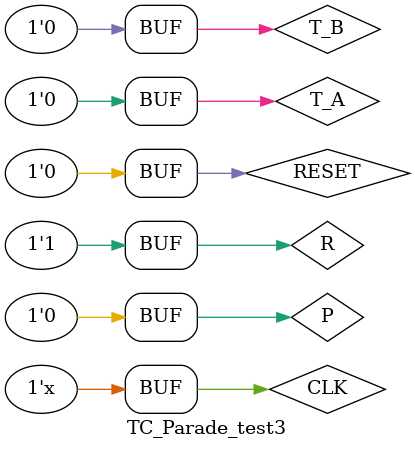
<source format=v>
`timescale 1ns / 1ps


module TC_Parade_test3;

	// Inputs
	reg CLK;
	reg RESET;
	reg P;
	reg R;
	reg T_A;
	reg T_B;

	// Outputs
	wire [2:0] L_A;
	wire [2:0] L_B;

	// Instantiate the Unit Under Test (UUT)
	TC_Parade uut (
		.CLK(CLK), 
		.RESET(RESET), 
		.P(P), 
		.R(R), 
		.T_A(T_A), 
		.T_B(T_B), 
		.L_A(L_A), 
		.L_B(L_B)
	);

	initial begin
		// Initialize Inputs
		CLK = 0;
		RESET = 0;
		P = 0;
		R = 1;
		T_A = 0;
		T_B = 0;

		// Wait 100 ns for global reset to finish
		#100;
        
		// Add stimulus here

	end

  always begin
    #50 CLK = !CLK;
  end

endmodule


</source>
